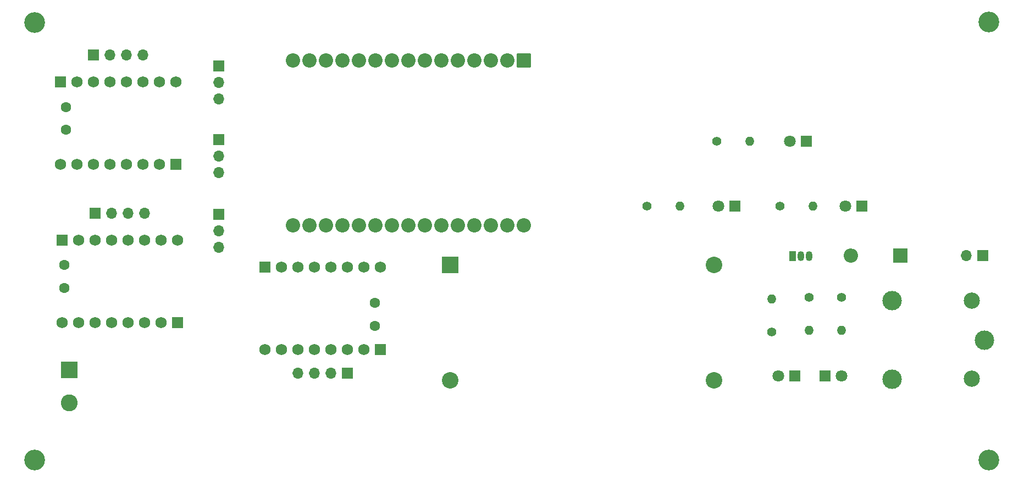
<source format=gts>
%TF.GenerationSoftware,KiCad,Pcbnew,8.0.0*%
%TF.CreationDate,2024-04-26T14:48:52+07:00*%
%TF.ProjectId,tugas-akhir,74756761-732d-4616-9b68-69722e6b6963,0*%
%TF.SameCoordinates,Original*%
%TF.FileFunction,Soldermask,Top*%
%TF.FilePolarity,Negative*%
%FSLAX46Y46*%
G04 Gerber Fmt 4.6, Leading zero omitted, Abs format (unit mm)*
G04 Created by KiCad (PCBNEW 8.0.0) date 2024-04-26 14:48:52*
%MOMM*%
%LPD*%
G01*
G04 APERTURE LIST*
G04 Aperture macros list*
%AMRoundRect*
0 Rectangle with rounded corners*
0 $1 Rounding radius*
0 $2 $3 $4 $5 $6 $7 $8 $9 X,Y pos of 4 corners*
0 Add a 4 corners polygon primitive as box body*
4,1,4,$2,$3,$4,$5,$6,$7,$8,$9,$2,$3,0*
0 Add four circle primitives for the rounded corners*
1,1,$1+$1,$2,$3*
1,1,$1+$1,$4,$5*
1,1,$1+$1,$6,$7*
1,1,$1+$1,$8,$9*
0 Add four rect primitives between the rounded corners*
20,1,$1+$1,$2,$3,$4,$5,0*
20,1,$1+$1,$4,$5,$6,$7,0*
20,1,$1+$1,$6,$7,$8,$9,0*
20,1,$1+$1,$8,$9,$2,$3,0*%
G04 Aperture macros list end*
%ADD10R,2.600000X2.600000*%
%ADD11C,2.600000*%
%ADD12C,1.400000*%
%ADD13O,1.400000X1.400000*%
%ADD14R,1.700000X1.700000*%
%ADD15O,1.700000X1.700000*%
%ADD16R,1.800000X1.800000*%
%ADD17C,1.800000*%
%ADD18RoundRect,0.102000X-0.762000X0.762000X-0.762000X-0.762000X0.762000X-0.762000X0.762000X0.762000X0*%
%ADD19C,1.728000*%
%ADD20RoundRect,0.102000X-1.000000X1.000000X-1.000000X-1.000000X1.000000X-1.000000X1.000000X1.000000X0*%
%ADD21C,2.204000*%
%ADD22C,3.000000*%
%ADD23C,2.500000*%
%ADD24C,3.200000*%
%ADD25R,1.050000X1.500000*%
%ADD26O,1.050000X1.500000*%
%ADD27C,1.600000*%
%ADD28RoundRect,0.102000X0.762000X-0.762000X0.762000X0.762000X-0.762000X0.762000X-0.762000X-0.762000X0*%
%ADD29R,2.540000X2.540000*%
%ADD30C,2.540000*%
%ADD31R,2.200000X2.200000*%
%ADD32O,2.200000X2.200000*%
G04 APERTURE END LIST*
D10*
%TO.C,J1*%
X74345000Y-111300000D03*
D11*
X74345000Y-116380000D03*
%TD*%
D12*
%TO.C,R3*%
X182495000Y-105490000D03*
D13*
X182495000Y-100410000D03*
%TD*%
D14*
%TO.C,S3*%
X97345000Y-64510000D03*
D15*
X97345000Y-67050000D03*
X97345000Y-69590000D03*
%TD*%
D14*
%TO.C,M2*%
X78275000Y-87150000D03*
D15*
X80815000Y-87150000D03*
X83355000Y-87150000D03*
X85895000Y-87150000D03*
%TD*%
D14*
%TO.C,M3*%
X117145000Y-111800000D03*
D15*
X114605000Y-111800000D03*
X112065000Y-111800000D03*
X109525000Y-111800000D03*
%TD*%
D16*
%TO.C,D5*%
X196370000Y-86050000D03*
D17*
X193830000Y-86050000D03*
%TD*%
D14*
%TO.C,S1*%
X97345000Y-75800000D03*
D15*
X97345000Y-78340000D03*
X97345000Y-80880000D03*
%TD*%
D14*
%TO.C,S2*%
X97345000Y-87300000D03*
D15*
X97345000Y-89840000D03*
X97345000Y-92380000D03*
%TD*%
D12*
%TO.C,R5*%
X183805000Y-86050000D03*
D13*
X188885000Y-86050000D03*
%TD*%
D16*
%TO.C,D1*%
X186035000Y-112200000D03*
D17*
X183495000Y-112200000D03*
%TD*%
D12*
%TO.C,R1*%
X193245000Y-100160000D03*
D13*
X193245000Y-105240000D03*
%TD*%
D14*
%TO.C,J2*%
X215035000Y-93700000D03*
D15*
X212495000Y-93700000D03*
%TD*%
D18*
%TO.C,U3*%
X90735000Y-79650000D03*
D19*
X88195000Y-79650000D03*
X85655000Y-79650000D03*
X83115000Y-79650000D03*
X80575000Y-79650000D03*
X78035000Y-79650000D03*
X75495000Y-79650000D03*
X72955000Y-79650000D03*
D18*
X72955000Y-66950000D03*
D19*
X75495000Y-66950000D03*
X78035000Y-66950000D03*
X80575000Y-66950000D03*
X83115000Y-66950000D03*
X85655000Y-66950000D03*
X88195000Y-66950000D03*
X90735000Y-66950000D03*
%TD*%
D14*
%TO.C,M1*%
X78045000Y-62800000D03*
D15*
X80585000Y-62800000D03*
X83125000Y-62800000D03*
X85665000Y-62800000D03*
%TD*%
D20*
%TO.C,U1*%
X144360000Y-63600000D03*
D21*
X141820000Y-63600000D03*
X139280000Y-63600000D03*
X136740000Y-63600000D03*
X134200000Y-63600000D03*
X131660000Y-63600000D03*
X129120000Y-63600000D03*
X126580000Y-63600000D03*
X124040000Y-63600000D03*
X121500000Y-63600000D03*
X118960000Y-63600000D03*
X116420000Y-63600000D03*
X113880000Y-63600000D03*
X111340000Y-63600000D03*
X108800000Y-63600000D03*
X108800000Y-89000000D03*
X111340000Y-89000000D03*
X113880000Y-89000000D03*
X116420000Y-89000000D03*
X118960000Y-89000000D03*
X121500000Y-89000000D03*
X124040000Y-89000000D03*
X126580000Y-89000000D03*
X129120000Y-89000000D03*
X131660000Y-89000000D03*
X134200000Y-89000000D03*
X136740000Y-89000000D03*
X139280000Y-89000000D03*
X141820000Y-89000000D03*
X144360000Y-89000000D03*
%TD*%
D22*
%TO.C,K1*%
X215245000Y-106700000D03*
D23*
X213295000Y-100650000D03*
D22*
X201095000Y-100650000D03*
X201045000Y-112700000D03*
D23*
X213295000Y-112650000D03*
%TD*%
D18*
%TO.C,U4*%
X90965000Y-104000000D03*
D19*
X88425000Y-104000000D03*
X85885000Y-104000000D03*
X83345000Y-104000000D03*
X80805000Y-104000000D03*
X78265000Y-104000000D03*
X75725000Y-104000000D03*
X73185000Y-104000000D03*
D18*
X73185000Y-91300000D03*
D19*
X75725000Y-91300000D03*
X78265000Y-91300000D03*
X80805000Y-91300000D03*
X83345000Y-91300000D03*
X85885000Y-91300000D03*
X88425000Y-91300000D03*
X90965000Y-91300000D03*
%TD*%
D24*
%TO.C,REF\u002A\u002A*%
X69000000Y-125200000D03*
%TD*%
D25*
%TO.C,Q1*%
X185725000Y-93810000D03*
D26*
X186995000Y-93810000D03*
X188265000Y-93810000D03*
%TD*%
D27*
%TO.C,C1*%
X73845000Y-70800000D03*
X73845000Y-74300000D03*
%TD*%
D24*
%TO.C,REF\u002A\u002A*%
X216000000Y-57700000D03*
%TD*%
%TO.C,REF\u002A\u002A*%
X69000000Y-57750000D03*
%TD*%
D27*
%TO.C,C3*%
X121345000Y-104500000D03*
X121345000Y-101000000D03*
%TD*%
D16*
%TO.C,D6*%
X187870000Y-76050000D03*
D17*
X185330000Y-76050000D03*
%TD*%
D12*
%TO.C,R4*%
X174055000Y-76050000D03*
D13*
X179135000Y-76050000D03*
%TD*%
D28*
%TO.C,U5*%
X104455000Y-95450000D03*
D19*
X106995000Y-95450000D03*
X109535000Y-95450000D03*
X112075000Y-95450000D03*
X114615000Y-95450000D03*
X117155000Y-95450000D03*
X119695000Y-95450000D03*
X122235000Y-95450000D03*
D28*
X122235000Y-108150000D03*
D19*
X119695000Y-108150000D03*
X117155000Y-108150000D03*
X114615000Y-108150000D03*
X112075000Y-108150000D03*
X109535000Y-108150000D03*
X106995000Y-108150000D03*
X104455000Y-108150000D03*
%TD*%
D12*
%TO.C,R6*%
X163305000Y-86050000D03*
D13*
X168385000Y-86050000D03*
%TD*%
D12*
%TO.C,R2*%
X188245000Y-100160000D03*
D13*
X188245000Y-105240000D03*
%TD*%
D24*
%TO.C,REF\u002A\u002A*%
X216000000Y-125200000D03*
%TD*%
D29*
%TO.C,U2*%
X133025000Y-95160000D03*
D30*
X133025000Y-112940000D03*
X173665000Y-112940000D03*
X173665000Y-95160000D03*
%TD*%
D16*
%TO.C,D4*%
X176870000Y-86050000D03*
D17*
X174330000Y-86050000D03*
%TD*%
D16*
%TO.C,D2*%
X190745000Y-112200000D03*
D17*
X193285000Y-112200000D03*
%TD*%
D27*
%TO.C,C2*%
X73575000Y-95150000D03*
X73575000Y-98650000D03*
%TD*%
D31*
%TO.C,D3*%
X202305000Y-93700000D03*
D32*
X194685000Y-93700000D03*
%TD*%
M02*

</source>
